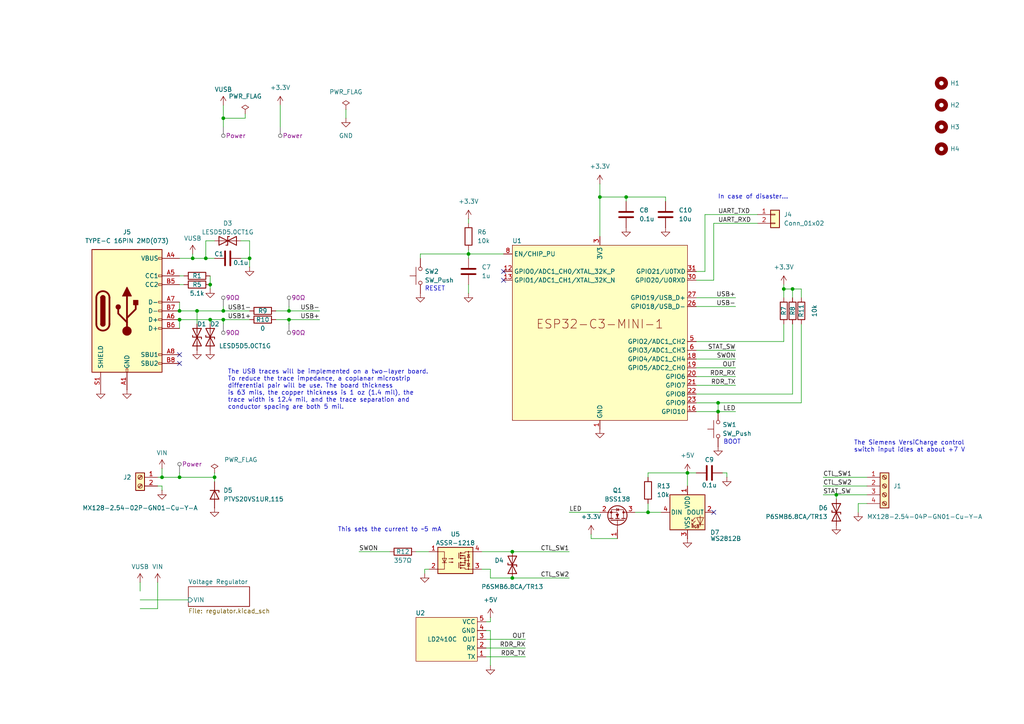
<source format=kicad_sch>
(kicad_sch (version 20250114) (generator "eeschema") (generator_version "9.0")
  (paper "A4")
  (lib_symbols
    (symbol "Connector:Screw_Terminal_01x02" (pin_names (offset 1.016) (hide yes))
      (property "Reference" "J" (at 0 2.54 0))
      (property "Value" "Screw_Terminal_01x02" (at 0 -5.08 0))
      (symbol "Screw_Terminal_01x02_1_1"
        (pin passive line (at -5.08 0 0) (length 3.81) (name "Pin_1") (number "1"))
        (pin passive line (at -5.08 -2.54 0) (length 3.81) (name "Pin_2") (number "2"))
      )
    )
    (symbol "Connector:Screw_Terminal_01x04" (pin_names (offset 1.016) (hide yes))
      (property "Reference" "J" (at 0 5.08 0))
      (property "Value" "Screw_Terminal_01x04" (at 0 -7.62 0))
      (symbol "Screw_Terminal_01x04_1_1"
        (pin passive line (at -5.08 2.54 0) (length 3.81) (name "Pin_1") (number "1"))
        (pin passive line (at -5.08 0 0) (length 3.81) (name "Pin_2") (number "2"))
        (pin passive line (at -5.08 -2.54 0) (length 3.81) (name "Pin_3") (number "3"))
        (pin passive line (at -5.08 -5.08 0) (length 3.81) (name "Pin_4") (number "4"))
      )
    )
    (symbol "Connector:USB_C_Receptacle_USB2.0_16P" (pin_names (offset 1.016))
      (property "Reference" "J" (at 0 22.225 0))
      (property "Value" "USB_C_Receptacle_USB2.0_16P" (at 0 19.685 0))
      (symbol "USB_C_Receptacle_USB2.0_16P_1_1"
        (pin passive line (at -7.62 -22.86 90) (length 5.08) (name "SHIELD") (number "S1"))
        (pin passive line (at 0 -22.86 90) (length 5.08) (name "GND") (number "A1"))
        (pin passive line (at 0 -22.86 90) (length 5.08) (hide yes) (name "GND") (number "A12"))
        (pin passive line (at 0 -22.86 90) (length 5.08) (hide yes) (name "GND") (number "B1"))
        (pin passive line (at 0 -22.86 90) (length 5.08) (hide yes) (name "GND") (number "B12"))
        (pin passive line (at 15.24 15.24 180) (length 5.08) (name "VBUS") (number "A4"))
        (pin passive line (at 15.24 15.24 180) (length 5.08) (hide yes) (name "VBUS") (number "A9"))
        (pin passive line (at 15.24 15.24 180) (length 5.08) (hide yes) (name "VBUS") (number "B4"))
        (pin passive line (at 15.24 15.24 180) (length 5.08) (hide yes) (name "VBUS") (number "B9"))
        (pin bidirectional line (at 15.24 10.16 180) (length 5.08) (name "CC1") (number "A5"))
        (pin bidirectional line (at 15.24 7.62 180) (length 5.08) (name "CC2") (number "B5"))
        (pin bidirectional line (at 15.24 2.54 180) (length 5.08) (name "D-") (number "A7"))
        (pin bidirectional line (at 15.24 0 180) (length 5.08) (name "D-") (number "B7"))
        (pin bidirectional line (at 15.24 -2.54 180) (length 5.08) (name "D+") (number "A6"))
        (pin bidirectional line (at 15.24 -5.08 180) (length 5.08) (name "D+") (number "B6"))
        (pin bidirectional line (at 15.24 -12.7 180) (length 5.08) (name "SBU1") (number "A8"))
        (pin bidirectional line (at 15.24 -15.24 180) (length 5.08) (name "SBU2") (number "B8"))
      )
    )
    (symbol "Connector_Generic:Conn_01x02" (pin_names (offset 1.016) (hide yes))
      (property "Reference" "J" (at 0 2.54 0))
      (property "Value" "Conn_01x02" (at 0 -5.08 0))
      (symbol "Conn_01x02_1_1"
        (pin passive line (at -5.08 0 0) (length 3.81) (name "Pin_1") (number "1"))
        (pin passive line (at -5.08 -2.54 0) (length 3.81) (name "Pin_2") (number "2"))
      )
    )
    (symbol "Device:C" (pin_numbers (hide yes)) (pin_names (offset 0.254))
      (property "Reference" "C" (at 0.635 2.54 0))
      (property "Value" "C" (at 0.635 -2.54 0))
      (symbol "C_1_1"
        (pin passive line (at 0 3.81 270) (length 2.794) (name "~") (number "1"))
        (pin passive line (at 0 -3.81 90) (length 2.794) (name "~") (number "2"))
      )
    )
    (symbol "Device:D_TVS" (pin_numbers (hide yes)) (pin_names (offset 1.016) (hide yes))
      (property "Reference" "D" (at 0 2.54 0))
      (property "Value" "D_TVS" (at 0 -2.54 0))
      (symbol "D_TVS_1_1"
        (pin passive line (at -3.81 0 0) (length 2.54) (name "A1") (number "1"))
        (pin passive line (at 3.81 0 180) (length 2.54) (name "A2") (number "2"))
      )
    )
    (symbol "Device:R" (pin_numbers (hide yes)) (pin_names (offset 0))
      (property "Reference" "R" (at 2.032 0 90))
      (property "Value" "R" (at 0 0 90))
      (symbol "R_1_1"
        (pin passive line (at 0 3.81 270) (length 1.27) (name "~") (number "1"))
        (pin passive line (at 0 -3.81 90) (length 1.27) (name "~") (number "2"))
      )
    )
    (symbol "Diode:PTVS26VZ1USK" (pin_numbers (hide yes)) (pin_names (hide yes))
      (property "Reference" "D" (at 0 2.54 0))
      (property "Value" "PTVS26VZ1USK" (at 0 -2.54 0))
      (symbol "PTVS26VZ1USK_1_1"
        (pin passive line (at -3.81 0 0) (length 2.54) (name "K") (number "1"))
        (pin passive line (at 3.81 0 180) (length 2.54) (name "A") (number "2"))
      )
    )
    (symbol "LED:WS2812B" (pin_names (offset 0.254))
      (property "Reference" "D" (at 5.08 5.715 0))
      (property "Value" "WS2812B" (at 1.27 -5.715 0))
      (symbol "WS2812B_0_0"
        (text "RGB" (at 2.286 -4.191 0) (effects (font (size 0.762 0.762))))
      )
      (symbol "WS2812B_1_1"
        (pin input line (at -7.62 0 0) (length 2.54) (name "DIN") (number "4"))
        (pin power_in line (at 0 7.62 270) (length 2.54) (name "VDD") (number "1"))
        (pin power_in line (at 0 -7.62 90) (length 2.54) (name "VSS") (number "3"))
        (pin output line (at 7.62 0 180) (length 2.54) (name "DOUT") (number "2"))
      )
    )
    (symbol "Mechanical:MountingHole" (pin_names (offset 1.016)) (in_bom no)
      (property "Reference" "H" (at 0 5.08 0))
      (property "Value" "MountingHole" (at 0 3.175 0))
    )
    (symbol "Relay_SolidState:ASSR-1218"
      (property "Reference" "U" (at -5.08 5.08 0))
      (property "Value" "ASSR-1218" (at 0 5.08 0))
      (symbol "ASSR-1218_1_1"
        (pin passive line (at -7.62 2.54 0) (length 2.54) (name "~") (number "1"))
        (pin passive line (at -7.62 -2.54 0) (length 2.54) (name "~") (number "2"))
        (pin passive line (at 7.62 2.54 180) (length 2.54) (name "~") (number "4"))
        (pin passive line (at 7.62 -2.54 180) (length 2.54) (name "~") (number "3"))
      )
    )
    (symbol "Switch:SW_Push" (pin_numbers (hide yes)) (pin_names (offset 1.016) (hide yes))
      (property "Reference" "SW" (at 1.27 2.54 0))
      (property "Value" "SW_Push" (at 0 -1.524 0))
      (symbol "SW_Push_0_1"
        (pin passive line (at -5.08 0 0) (length 2.54) (name "1") (number "1"))
        (pin passive line (at 5.08 0 180) (length 2.54) (name "2") (number "2"))
      )
    )
    (symbol "Transistor_FET:BSS138" (pin_names (offset 0) (hide yes))
      (property "Reference" "Q" (at 5.08 1.905 0))
      (property "Value" "BSS138" (at 5.08 0 0))
      (symbol "BSS138_1_1"
        (pin input line (at -5.08 0 0) (length 2.54) (name "G") (number "1"))
        (pin passive line (at 2.54 5.08 270) (length 2.54) (name "D") (number "3"))
        (pin passive line (at 2.54 -5.08 90) (length 2.54) (name "S") (number "2"))
      )
    )
    (symbol "motion-sensor-syms:ESP32-C3-MINI-1"
      (property "Reference" "U" (at -21.844 29.464 0))
      (symbol "ESP32-C3-MINI-1_0_0"
        (text "ESP32-C3-MINI-1" (at 0 2.54 0) (effects (font (size 2.54 2.54))))
      )
      (symbol "ESP32-C3-MINI-1_1_1"
        (pin input line (at -27.94 22.86 0) (length 2.54) (name "EN/CHIP_PU") (number "8"))
        (pin bidirectional line (at -27.94 17.78 0) (length 2.54) (name "GPIO0/ADC1_CH0/XTAL_32K_P") (number "12"))
        (pin bidirectional line (at -27.94 15.24 0) (length 2.54) (name "GPIO1/ADC1_CH1/XTAL_32K_N") (number "13"))
        (pin no_connect line (at -25.4 10.16 0) (length 2.54) (hide yes) (name "NC") (number "4"))
        (pin no_connect line (at -25.4 7.62 0) (length 2.54) (hide yes) (name "NC") (number "7"))
        (pin no_connect line (at -25.4 5.08 0) (length 2.54) (hide yes) (name "NC") (number "9"))
        (pin no_connect line (at -25.4 2.54 0) (length 2.54) (hide yes) (name "NC") (number "10"))
        (pin no_connect line (at -25.4 0 0) (length 2.54) (hide yes) (name "NC") (number "15"))
        (pin no_connect line (at -25.4 -2.54 0) (length 2.54) (hide yes) (name "NC") (number "17"))
        (pin no_connect line (at -25.4 -5.08 0) (length 2.54) (hide yes) (name "NC") (number "24"))
        (pin no_connect line (at -25.4 -7.62 0) (length 2.54) (hide yes) (name "NC") (number "25"))
        (pin no_connect line (at -25.4 -10.16 0) (length 2.54) (hide yes) (name "NC") (number "28"))
        (pin no_connect line (at -25.4 -12.7 0) (length 2.54) (hide yes) (name "NC") (number "29"))
        (pin no_connect line (at -25.4 -15.24 0) (length 2.54) (hide yes) (name "NC") (number "32"))
        (pin no_connect line (at -25.4 -17.78 0) (length 2.54) (hide yes) (name "NC") (number "33"))
        (pin no_connect line (at -25.4 -20.32 0) (length 2.54) (hide yes) (name "NC") (number "34"))
        (pin no_connect line (at -25.4 -22.86 0) (length 2.54) (hide yes) (name "NC") (number "35"))
        (pin power_in line (at 0 27.94 270) (length 2.54) (name "3V3") (number "3"))
        (pin power_in line (at 0 -27.94 90) (length 2.54) (name "GND") (number "1"))
        (pin passive line (at 0 -27.94 90) (length 2.54) (hide yes) (name "GND") (number "11"))
        (pin passive line (at 0 -27.94 90) (length 2.54) (hide yes) (name "GND") (number "14"))
        (pin passive line (at 0 -27.94 90) (length 2.54) (hide yes) (name "GND") (number "2"))
        (pin passive line (at 0 -27.94 90) (length 2.54) (hide yes) (name "GND") (number "36"))
        (pin passive line (at 0 -27.94 90) (length 2.54) (hide yes) (name "GND") (number "37"))
        (pin passive line (at 0 -27.94 90) (length 2.54) (hide yes) (name "GND") (number "38"))
        (pin passive line (at 0 -27.94 90) (length 2.54) (hide yes) (name "GND") (number "39"))
        (pin passive line (at 0 -27.94 90) (length 2.54) (hide yes) (name "GND") (number "40"))
        (pin passive line (at 0 -27.94 90) (length 2.54) (hide yes) (name "GND") (number "41"))
        (pin passive line (at 0 -27.94 90) (length 2.54) (hide yes) (name "GND") (number "42"))
        (pin passive line (at 0 -27.94 90) (length 2.54) (hide yes) (name "GND") (number "43"))
        (pin passive line (at 0 -27.94 90) (length 2.54) (hide yes) (name "GND") (number "44"))
        (pin passive line (at 0 -27.94 90) (length 2.54) (hide yes) (name "GND") (number "45"))
        (pin passive line (at 0 -27.94 90) (length 2.54) (hide yes) (name "GND") (number "46"))
        (pin passive line (at 0 -27.94 90) (length 2.54) (hide yes) (name "GND") (number "47"))
        (pin passive line (at 0 -27.94 90) (length 2.54) (hide yes) (name "GND") (number "48"))
        (pin passive line (at 0 -27.94 90) (length 2.54) (hide yes) (name "GND") (number "49"))
        (pin passive line (at 0 -27.94 90) (length 2.54) (hide yes) (name "GND") (number "50"))
        (pin passive line (at 0 -27.94 90) (length 2.54) (hide yes) (name "GND") (number "51"))
        (pin passive line (at 0 -27.94 90) (length 2.54) (hide yes) (name "GND") (number "52"))
        (pin passive line (at 0 -27.94 90) (length 2.54) (hide yes) (name "GND") (number "53"))
        (pin bidirectional line (at 27.94 17.78 180) (length 2.54) (name "GPIO21/U0TXD") (number "31"))
        (pin bidirectional line (at 27.94 15.24 180) (length 2.54) (name "GPIO20/U0RXD") (number "30"))
        (pin bidirectional line (at 27.94 10.16 180) (length 2.54) (name "GPIO19/USB_D+") (number "27"))
        (pin bidirectional line (at 27.94 7.62 180) (length 2.54) (name "GPIO18/USB_D-") (number "26"))
        (pin bidirectional line (at 27.94 -2.54 180) (length 2.54) (name "GPIO2/ADC1_CH2") (number "5"))
        (pin bidirectional line (at 27.94 -5.08 180) (length 2.54) (name "GPIO3/ADC1_CH3") (number "6"))
        (pin bidirectional line (at 27.94 -7.62 180) (length 2.54) (name "GPIO4/ADC1_CH4") (number "18"))
        (pin bidirectional line (at 27.94 -10.16 180) (length 2.54) (name "GPIO5/ADC2_CH0") (number "19"))
        (pin bidirectional line (at 27.94 -12.7 180) (length 2.54) (name "GPIO6") (number "20"))
        (pin bidirectional line (at 27.94 -15.24 180) (length 2.54) (name "GPIO7") (number "21"))
        (pin bidirectional line (at 27.94 -17.78 180) (length 2.54) (name "GPIO8") (number "22"))
        (pin bidirectional line (at 27.94 -20.32 180) (length 2.54) (name "GPIO9") (number "23"))
        (pin bidirectional line (at 27.94 -22.86 180) (length 2.54) (name "GPIO10") (number "16"))
      )
    )
    (symbol "motion-sensor-syms:LD2410C"
      (property "Reference" "U" (at 0 5.08 0))
      (property "Value" "LD2410C" (at 0 2.54 0))
      (symbol "LD2410C_1_1"
        (pin power_in line (at 11.43 -1.27 180) (length 2.54) (name "VCC") (number "5"))
        (pin power_in line (at 11.43 -3.81 180) (length 2.54) (name "GND") (number "4"))
        (pin output line (at 11.43 -6.35 180) (length 2.54) (name "OUT") (number "3"))
        (pin input line (at 11.43 -8.89 180) (length 2.54) (name "RX") (number "2"))
        (pin output line (at 11.43 -11.43 180) (length 2.54) (name "TX") (number "1"))
      )
    )
    (symbol "power:+3.3V" (power) (pin_numbers (hide yes)) (pin_names (offset 0) (hide yes))
      (property "Value" "+3.3V" (at 0 3.556 0))
      (symbol "+3.3V_1_1"
        (pin power_in line (at 0 0 90) (length 0) (name "~") (number "1"))
      )
    )
    (symbol "power:+5V" (power) (pin_numbers (hide yes)) (pin_names (offset 0) (hide yes))
      (property "Value" "+5V" (at 0 3.556 0))
      (symbol "+5V_1_1"
        (pin power_in line (at 0 0 90) (length 0) (name "~") (number "1"))
      )
    )
    (symbol "power:GND" (power) (pin_numbers (hide yes)) (pin_names (offset 0) (hide yes))
      (property "Value" "GND" (at 0 -3.81 0))
      (symbol "GND_1_1"
        (pin power_in line (at 0 0 270) (length 0) (name "~") (number "1"))
      )
    )
    (symbol "power:PWR_FLAG" (power) (pin_numbers (hide yes)) (pin_names (offset 0) (hide yes))
      (property "Value" "PWR_FLAG" (at 0 3.81 0))
      (symbol "PWR_FLAG_0_0"
        (pin power_out line (at 0 0 90) (length 0) (name "~") (number "1"))
      )
    )
  )
  (text "In case of disaster..." (at 218.44 57.15 0) (effects (font (size 1.27 1.27))))
  (text "This sets the current to ~5 mA" (at 113.03 153.67 0) (effects (font (size 1.27 1.27))))
  (text "BOOT" (at 209.804 128.27 0) (effects (font (size 1.27 1.27)) (justify left)))
  (text "The Siemens VersiCharge control \nswitch input idles at about +7 V" (at 247.65 129.54 0) (effects (font (size 1.27 1.27)) (justify left)))
  (text "The USB traces will be implemented on a two-layer board.\nTo reduce the trace impedance, a coplanar microstrip\ndifferential pair will be use. The board thickness\nis 63 mils, the copper thickness is 1 oz (1.4 mil), the\ntrace width is 12.4 mil, and the trace separation and\nconductor spacing are both 5 mil." (at 66.04 113.03 0) (effects (font (size 1.27 1.27)) (justify left)))
  (text "RESET" (at 123.19 83.82 0) (effects (font (size 1.27 1.27)) (justify left)))
  (junction (at 83.82 92.71))
  (junction (at 60.96 92.71))
  (junction (at 229.87 83.82))
  (junction (at 52.07 90.17))
  (junction (at 148.59 160.02))
  (junction (at 64.77 92.71))
  (junction (at 148.59 167.64))
  (junction (at 64.77 34.29))
  (junction (at 208.28 119.38))
  (junction (at 46.99 138.43))
  (junction (at 60.96 82.55))
  (junction (at 59.69 74.93))
  (junction (at 208.28 116.84))
  (junction (at 62.23 138.43))
  (junction (at 227.33 83.82))
  (junction (at 57.15 90.17))
  (junction (at 187.96 148.59))
  (junction (at 52.07 92.71))
  (junction (at 181.61 57.15))
  (junction (at 55.88 74.93))
  (junction (at 173.99 57.15))
  (junction (at 64.77 90.17))
  (junction (at 83.82 90.17))
  (junction (at 52.07 138.43))
  (junction (at 72.39 74.93))
  (junction (at 135.89 73.66))
  (junction (at 199.39 137.16))
  (junction (at 242.57 143.51))
  (no_connect (at 207.01 148.59))
  (no_connect (at 146.05 78.74))
  (no_connect (at 146.05 81.28))
  (no_connect (at 52.07 105.41))
  (no_connect (at 52.07 102.87))
  (wire (pts (xy 201.93 109.22) (xy 213.36 109.22)))
  (wire (pts (xy 201.93 106.68) (xy 213.36 106.68)))
  (wire (pts (xy 135.89 63.5) (xy 135.89 64.77)))
  (wire (pts (xy 60.96 80.01) (xy 60.96 82.55)))
  (wire (pts (xy 201.93 104.14) (xy 213.36 104.14)))
  (wire (pts (xy 59.69 74.93) (xy 59.69 69.85)))
  (wire (pts (xy 187.96 146.05) (xy 187.96 148.59)))
  (wire (pts (xy 209.55 137.16) (xy 210.82 137.16)))
  (wire (pts (xy 120.65 160.02) (xy 124.46 160.02)))
  (wire (pts (xy 46.99 138.43) (xy 52.07 138.43)))
  (wire (pts (xy 60.96 82.55) (xy 60.96 83.82)))
  (wire (pts (xy 121.92 73.66) (xy 135.89 73.66)))
  (wire (pts (xy 59.69 69.85) (xy 62.23 69.85)))
  (wire (pts (xy 72.39 69.85) (xy 72.39 74.93)))
  (wire (pts (xy 201.93 111.76) (xy 213.36 111.76)))
  (wire (pts (xy 80.01 92.71) (xy 83.82 92.71)))
  (wire (pts (xy 208.28 119.38) (xy 213.36 119.38)))
  (wire (pts (xy 64.77 34.29) (xy 64.77 30.48)))
  (wire (pts (xy 135.89 73.66) (xy 135.89 74.93)))
  (wire (pts (xy 40.64 168.91) (xy 40.64 171.45)))
  (wire (pts (xy 232.41 93.98) (xy 232.41 116.84)))
  (wire (pts (xy 165.1 148.59) (xy 173.99 148.59)))
  (wire (pts (xy 187.96 137.16) (xy 187.96 138.43)))
  (wire (pts (xy 251.46 146.05) (xy 248.92 146.05)))
  (wire (pts (xy 104.14 160.02) (xy 113.03 160.02)))
  (wire (pts (xy 46.99 135.89) (xy 46.99 138.43)))
  (wire (pts (xy 135.89 85.09) (xy 135.89 82.55)))
  (wire (pts (xy 40.64 173.99) (xy 54.61 173.99)))
  (wire (pts (xy 199.39 137.16) (xy 201.93 137.16)))
  (wire (pts (xy 242.57 143.51) (xy 242.57 144.78)))
  (wire (pts (xy 46.99 140.97) (xy 46.99 142.24)))
  (wire (pts (xy 201.93 78.74) (xy 204.47 78.74)))
  (wire (pts (xy 229.87 114.3) (xy 229.87 93.98)))
  (wire (pts (xy 204.47 78.74) (xy 204.47 62.23)))
  (wire (pts (xy 62.23 137.16) (xy 62.23 138.43)))
  (wire (pts (xy 208.28 116.84) (xy 208.28 119.38)))
  (wire (pts (xy 227.33 99.06) (xy 227.33 93.98)))
  (wire (pts (xy 121.92 74.93) (xy 121.92 73.66)))
  (wire (pts (xy 52.07 138.43) (xy 62.23 138.43)))
  (wire (pts (xy 52.07 74.93) (xy 55.88 74.93)))
  (wire (pts (xy 80.01 90.17) (xy 83.82 90.17)))
  (wire (pts (xy 173.99 57.15) (xy 173.99 68.58)))
  (wire (pts (xy 248.92 146.05) (xy 248.92 148.59)))
  (wire (pts (xy 45.72 168.91) (xy 45.72 176.53)))
  (wire (pts (xy 232.41 116.84) (xy 208.28 116.84)))
  (wire (pts (xy 229.87 83.82) (xy 232.41 83.82)))
  (wire (pts (xy 181.61 57.15) (xy 173.99 57.15)))
  (wire (pts (xy 210.82 137.16) (xy 210.82 138.43)))
  (wire (pts (xy 201.93 101.6) (xy 213.36 101.6)))
  (wire (pts (xy 227.33 83.82) (xy 227.33 86.36)))
  (wire (pts (xy 124.46 165.1) (xy 123.19 165.1)))
  (wire (pts (xy 148.59 160.02) (xy 165.1 160.02)))
  (wire (pts (xy 83.82 92.71) (xy 92.71 92.71)))
  (wire (pts (xy 40.64 176.53) (xy 45.72 176.53)))
  (wire (pts (xy 60.96 92.71) (xy 64.77 92.71)))
  (wire (pts (xy 81.28 30.48) (xy 81.28 36.83)))
  (wire (pts (xy 201.93 114.3) (xy 229.87 114.3)))
  (wire (pts (xy 229.87 83.82) (xy 229.87 86.36)))
  (wire (pts (xy 219.71 64.77) (xy 207.01 64.77)))
  (wire (pts (xy 184.15 148.59) (xy 187.96 148.59)))
  (wire (pts (xy 69.85 74.93) (xy 72.39 74.93)))
  (wire (pts (xy 52.07 82.55) (xy 53.34 82.55)))
  (wire (pts (xy 201.93 119.38) (xy 208.28 119.38)))
  (wire (pts (xy 52.07 80.01) (xy 53.34 80.01)))
  (wire (pts (xy 187.96 148.59) (xy 191.77 148.59)))
  (wire (pts (xy 238.76 138.43) (xy 251.46 138.43)))
  (wire (pts (xy 69.85 69.85) (xy 72.39 69.85)))
  (wire (pts (xy 83.82 90.17) (xy 92.71 90.17)))
  (wire (pts (xy 193.04 57.15) (xy 181.61 57.15)))
  (wire (pts (xy 135.89 72.39) (xy 135.89 73.66)))
  (wire (pts (xy 199.39 137.16) (xy 199.39 140.97)))
  (wire (pts (xy 57.15 90.17) (xy 57.15 93.98)))
  (wire (pts (xy 187.96 137.16) (xy 199.39 137.16)))
  (wire (pts (xy 83.82 92.71) (xy 83.82 93.98)))
  (wire (pts (xy 52.07 92.71) (xy 60.96 92.71)))
  (wire (pts (xy 64.77 88.9) (xy 64.77 90.17)))
  (wire (pts (xy 227.33 82.55) (xy 227.33 83.82)))
  (wire (pts (xy 83.82 88.9) (xy 83.82 90.17)))
  (wire (pts (xy 232.41 83.82) (xy 232.41 86.36)))
  (wire (pts (xy 52.07 90.17) (xy 57.15 90.17)))
  (wire (pts (xy 139.7 165.1) (xy 142.24 165.1)))
  (wire (pts (xy 100.33 31.75) (xy 100.33 34.29)))
  (wire (pts (xy 140.97 185.42) (xy 152.4 185.42)))
  (wire (pts (xy 142.24 165.1) (xy 142.24 167.64)))
  (wire (pts (xy 201.93 116.84) (xy 208.28 116.84)))
  (wire (pts (xy 142.24 180.34) (xy 142.24 179.07)))
  (wire (pts (xy 64.77 34.29) (xy 64.77 36.83)))
  (wire (pts (xy 45.72 138.43) (xy 46.99 138.43)))
  (wire (pts (xy 52.07 137.16) (xy 52.07 138.43)))
  (wire (pts (xy 64.77 93.98) (xy 64.77 92.71)))
  (wire (pts (xy 57.15 90.17) (xy 64.77 90.17)))
  (wire (pts (xy 142.24 167.64) (xy 148.59 167.64)))
  (wire (pts (xy 201.93 99.06) (xy 227.33 99.06)))
  (wire (pts (xy 62.23 138.43) (xy 62.23 139.7)))
  (wire (pts (xy 55.88 74.93) (xy 59.69 74.93)))
  (wire (pts (xy 171.45 154.94) (xy 171.45 156.21)))
  (wire (pts (xy 238.76 140.97) (xy 251.46 140.97)))
  (wire (pts (xy 181.61 57.15) (xy 181.61 58.42)))
  (wire (pts (xy 242.57 143.51) (xy 251.46 143.51)))
  (wire (pts (xy 238.76 143.51) (xy 242.57 143.51)))
  (wire (pts (xy 142.24 182.88) (xy 142.24 193.04)))
  (wire (pts (xy 227.33 83.82) (xy 229.87 83.82)))
  (wire (pts (xy 139.7 160.02) (xy 148.59 160.02)))
  (wire (pts (xy 45.72 140.97) (xy 46.99 140.97)))
  (wire (pts (xy 140.97 180.34) (xy 142.24 180.34)))
  (wire (pts (xy 140.97 190.5) (xy 152.4 190.5)))
  (wire (pts (xy 60.96 92.71) (xy 60.96 93.98)))
  (wire (pts (xy 207.01 64.77) (xy 207.01 81.28)))
  (wire (pts (xy 207.01 81.28) (xy 201.93 81.28)))
  (wire (pts (xy 135.89 73.66) (xy 146.05 73.66)))
  (wire (pts (xy 201.93 86.36) (xy 213.36 86.36)))
  (wire (pts (xy 140.97 182.88) (xy 142.24 182.88)))
  (wire (pts (xy 123.19 165.1) (xy 123.19 166.37)))
  (wire (pts (xy 179.07 156.21) (xy 171.45 156.21)))
  (wire (pts (xy 148.59 167.64) (xy 165.1 167.64)))
  (wire (pts (xy 201.93 88.9) (xy 213.36 88.9)))
  (wire (pts (xy 64.77 92.71) (xy 72.39 92.71)))
  (wire (pts (xy 140.97 187.96) (xy 152.4 187.96)))
  (wire (pts (xy 72.39 74.93) (xy 72.39 77.47)))
  (wire (pts (xy 193.04 58.42) (xy 193.04 57.15)))
  (wire (pts (xy 173.99 53.34) (xy 173.99 57.15)))
  (wire (pts (xy 71.12 33.02) (xy 71.12 34.29)))
  (wire (pts (xy 64.77 34.29) (xy 71.12 34.29)))
  (wire (pts (xy 204.47 62.23) (xy 219.71 62.23)))
  (wire (pts (xy 64.77 90.17) (xy 72.39 90.17)))
  (wire (pts (xy 55.88 74.93) (xy 55.88 73.66)))
  (wire (pts (xy 52.07 87.63) (xy 52.07 90.17)))
  (wire (pts (xy 59.69 74.93) (xy 62.23 74.93)))
  (wire (pts (xy 52.07 92.71) (xy 52.07 95.25)))
  (label "USB-" (at 213.36 88.9 180))
  (label "USB-" (at 92.71 90.17 180))
  (label "CTL_SW2" (at 165.1 167.64 180))
  (label "CTL_SW1" (at 165.1 160.02 180))
  (label "STAT_SW" (at 238.76 143.51 0))
  (label "RDR_TX" (at 152.4 190.5 180))
  (label "RDR_RX" (at 152.4 187.96 180))
  (label "SWON" (at 213.36 104.14 180))
  (label "STAT_SW" (at 213.36 101.6 180))
  (label "SWON" (at 104.14 160.02 0))
  (label "RDR_TX" (at 213.36 111.76 180))
  (label "LED" (at 165.1 148.59 0))
  (label "USB+" (at 213.36 86.36 180))
  (label "CTL_SW1" (at 238.76 138.43 0))
  (label "CTL_SW2" (at 238.76 140.97 0))
  (label "OUT" (at 152.4 185.42 180))
  (label "UART_TXD" (at 208.28 62.23 0))
  (label "UART_RXD" (at 208.28 64.77 0))
  (label "LED" (at 213.36 119.38 180))
  (label "RDR_RX" (at 213.36 109.22 180))
  (label "USB1+" (at 66.04 92.71 0))
  (label "USB1-" (at 66.04 90.17 0))
  (label "USB+" (at 92.71 92.71 180))
  (label "OUT" (at 213.36 106.68 180))
  (netclass_flag "" (length 2.54) (shape round) (at 83.82 93.98 180) (property "Netclass" "90Ω" (at 84.5185 96.52 0) (effects (justify left))))
  (netclass_flag "" (length 2.54) (shape round) (at 64.77 88.9 0) (property "Netclass" "90Ω" (at 65.4685 86.36 0) (effects (justify left))))
  (netclass_flag "" (length 2.54) (shape round) (at 64.77 36.83 180) (property "Netclass" "Power" (at 65.4685 39.37 0) (effects (justify left))))
  (netclass_flag "" (length 2.54) (shape round) (at 52.07 137.16 0) (property "Netclass" "Power" (at 52.7685 134.62 0) (effects (justify left))))
  (netclass_flag "" (length 2.54) (shape round) (at 83.82 88.9 0) (property "Netclass" "90Ω" (at 84.5185 86.36 0) (effects (justify left))))
  (netclass_flag "" (length 2.54) (shape round) (at 64.77 93.98 180) (property "Netclass" "90Ω" (at 65.4685 96.52 0) (effects (justify left))))
  (netclass_flag "" (length 2.54) (shape round) (at 81.28 36.83 180) (property "Netclass" "Power" (at 81.9785 39.37 0) (effects (justify left))))
  (symbol (lib_id "power:+3.3V") (at 81.28 30.48 0) (unit 1)
    (property "Reference" "#PWR011" (effects (hide yes)))
    (property "Value" "+3.3V" (at 81.28 25.4 0))
    (property "Description" "Power symbol creates a global label with name \"+3.3V\"" (effects (hide yes)))
  )
  (symbol (lib_id "power:GND") (at 123.19 166.37 0) (unit 1)
    (property "Reference" "#PWR040" (effects (hide yes)))
    (property "Value" "GND" (effects (hide yes)))
    (property "Description" "Power symbol creates a global label with name \"GND\" , ground" (effects (hide yes)))
  )
  (symbol (lib_id "Device:D_TVS") (at 57.15 97.79 90) (unit 1)
    (property "Reference" "D1" (at 57.15 93.98 90) (effects (justify right)))
    (property "Value" "LESD5D5.0CT1G" (effects (hide yes)))
    (property "Footprint" "Diode_SMD:D_SOD-523" (effects (hide yes)))
    (property "Description" "Bidirectional transient-voltage-suppression diode" (effects (hide yes)))
    (property "JLCPCB" "C383211" (effects (hide yes)))
  )
  (symbol (lib_id "Device:C") (at 193.04 62.23 180) (unit 1)
    (property "Reference" "C10" (at 196.85 60.9599 0) (effects (justify right)))
    (property "Value" "10u" (at 196.85 63.4999 0) (effects (justify right)))
    (property "Footprint" "Capacitor_SMD:C_0805_2012Metric" (effects (hide yes)))
    (property "Description" "Unpolarized capacitor" (effects (hide yes)))
    (property "JLCPCB" "C15850" (effects (hide yes)))
  )
  (symbol (lib_id "power:GND") (at 142.24 193.04 0) (unit 1)
    (property "Reference" "#PWR05" (effects (hide yes)))
    (property "Value" "GND" (effects (hide yes)))
    (property "Description" "Power symbol creates a global label with name \"GND\" , ground" (effects (hide yes)))
  )
  (symbol (lib_id "power:GND") (at 60.96 101.6 0) (unit 1)
    (property "Reference" "#PWR029" (effects (hide yes)))
    (property "Value" "GND" (effects (hide yes)))
    (property "Description" "Power symbol creates a global label with name \"GND\" , ground" (effects (hide yes)))
  )
  (symbol (lib_id "power:GND") (at 29.21 113.03 0) (unit 1)
    (property "Reference" "#PWR023" (effects (hide yes)))
    (property "Value" "GND" (effects (hide yes)))
    (property "Description" "Power symbol creates a global label with name \"GND\" , ground" (effects (hide yes)))
  )
  (symbol (lib_id "power:+5V") (at 64.77 30.48 0) (unit 1)
    (property "Reference" "#PWR010" (effects (hide yes)))
    (property "Value" "VUSB" (at 64.77 26.67 0) (effects (justify bottom)))
    (property "Description" "Power symbol creates a global label with name \"+5V\"" (effects (hide yes)))
  )
  (symbol (lib_id "power:GND") (at 100.33 34.29 0) (unit 1)
    (property "Reference" "#PWR012" (effects (hide yes)))
    (property "Value" "GND" (at 100.33 39.37 0))
    (property "Description" "Power symbol creates a global label with name \"GND\" , ground" (effects (hide yes)))
  )
  (symbol (lib_id "power:GND") (at 57.15 101.6 0) (unit 1)
    (property "Reference" "#PWR022" (effects (hide yes)))
    (property "Value" "GND" (effects (hide yes)))
    (property "Description" "Power symbol creates a global label with name \"GND\" , ground" (effects (hide yes)))
  )
  (symbol (lib_id "power:GND") (at 36.83 113.03 0) (unit 1)
    (property "Reference" "#PWR021" (effects (hide yes)))
    (property "Value" "GND" (effects (hide yes)))
    (property "Description" "Power symbol creates a global label with name \"GND\" , ground" (effects (hide yes)))
  )
  (symbol (lib_id "power:+5V") (at 55.88 73.66 0) (unit 1)
    (property "Reference" "#PWR06" (effects (hide yes)))
    (property "Value" "VUSB" (at 55.88 69.85 0) (effects (justify bottom)))
    (property "Description" "Power symbol creates a global label with name \"+5V\"" (effects (hide yes)))
  )
  (symbol (lib_id "power:+5V") (at 142.24 179.07 0) (unit 1)
    (property "Reference" "#PWR04" (effects (hide yes)))
    (property "Value" "+5V" (at 142.24 173.99 0))
    (property "Description" "Power symbol creates a global label with name \"+5V\"" (effects (hide yes)))
  )
  (symbol (lib_id "power:GND") (at 173.99 124.46 0) (unit 1)
    (property "Reference" "#PWR01" (effects (hide yes)))
    (property "Value" "GND" (effects (hide yes)))
    (property "Description" "Power symbol creates a global label with name \"GND\" , ground" (effects (hide yes)))
  )
  (symbol (lib_id "Mechanical:MountingHole") (at 273.05 24.13 0) (unit 1) (in_bom no)
    (property "Reference" "H1" (at 275.59 24.1299 0) (effects (justify left)))
    (property "Value" "MountingHole" (effects (hide yes)))
    (property "Footprint" "MountingHole:MountingHole_3.2mm_M3" (effects (hide yes)))
    (property "Description" "Mounting Hole without connection" (effects (hide yes)))
  )
  (symbol (lib_id "power:GND") (at 62.23 147.32 0) (unit 1)
    (property "Reference" "#PWR032" (effects (hide yes)))
    (property "Value" "GND" (effects (hide yes)))
    (property "Description" "Power symbol creates a global label with name \"GND\" , ground" (effects (hide yes)))
  )
  (symbol (lib_id "Device:D_TVS") (at 148.59 163.83 90) (unit 1)
    (property "Reference" "D4" (at 144.78 162.56 90))
    (property "Value" "P6SMB6.8CA/TR13" (at 148.59 170.18 90))
    (property "Footprint" "Diode_SMD:D_SMB_Handsoldering" (effects (hide yes)))
    (property "Datasheet" "https://jlcpcb.com/api/file/downloadByFileSystemAccessId/8579709121610121216" (effects (hide yes)))
    (property "Description" "10.5V 1uA 5.8V 58.1A 6.45V 600W Bidirectional TVS SMB(DO-214AA) ESD and Surge Protection (TVS/ESD) ROHS" (effects (hide yes)))
    (property "JLCPCB" "C78395" (effects (hide yes)))
  )
  (symbol (lib_id "power:+3.3V") (at 227.33 82.55 0) (unit 1)
    (property "Reference" "#PWR03" (effects (hide yes)))
    (property "Value" "+3.3V" (at 227.33 77.47 0))
    (property "Description" "Power symbol creates a global label with name \"+3.3V\"" (effects (hide yes)))
  )
  (symbol (lib_id "power:PWR_FLAG") (at 100.33 31.75 0) (unit 1)
    (property "Reference" "#FLG03" (effects (hide yes)))
    (property "Value" "PWR_FLAG" (at 100.33 26.67 0))
    (property "Description" "Special symbol for telling ERC where power comes from" (effects (hide yes)))
  )
  (symbol (lib_id "power:+5V") (at 40.64 168.91 0) (unit 1)
    (property "Reference" "#PWR09" (effects (hide yes)))
    (property "Value" "VUSB" (at 40.64 165.1 0) (effects (justify bottom)))
    (property "Description" "Power symbol creates a global label with name \"+5V\"" (effects (hide yes)))
  )
  (symbol (lib_id "Device:D_TVS") (at 66.04 69.85 180) (unit 1)
    (property "Reference" "D3" (at 66.04 64.77 0))
    (property "Value" "LESD5D5.0CT1G" (at 66.04 67.31 0))
    (property "Footprint" "Diode_SMD:D_SOD-523" (effects (hide yes)))
    (property "Description" "Bidirectional transient-voltage-suppression diode" (effects (hide yes)))
    (property "JLCPCB" "C383211" (effects (hide yes)))
  )
  (symbol (lib_id "power:+5V") (at 199.39 137.16 0) (unit 1)
    (property "Reference" "#PWR043" (effects (hide yes)))
    (property "Value" "+5V" (at 199.39 132.08 0))
    (property "Description" "Power symbol creates a global label with name \"+5V\"" (effects (hide yes)))
  )
  (symbol (lib_id "Device:R") (at 57.15 80.01 90) (unit 1)
    (property "Reference" "R1" (at 57.15 80.01 90))
    (property "Value" "5.1k" (at 57.15 85.09 90))
    (property "Footprint" "Capacitor_SMD:C_0805_2012Metric" (effects (hide yes)))
    (property "Description" "Resistor" (effects (hide yes)))
    (property "JLCPCB" "C27834" (effects (hide yes)))
  )
  (symbol (lib_id "power:+5V") (at 46.99 135.89 0) (unit 1)
    (property "Reference" "#PWR030" (effects (hide yes)))
    (property "Value" "VIN" (at 46.99 132.08 0) (effects (justify bottom)))
    (property "Description" "Power symbol creates a global label with name \"+5V\"" (effects (hide yes)))
  )
  (symbol (lib_id "power:+5V") (at 45.72 168.91 0) (unit 1)
    (property "Reference" "#PWR020" (effects (hide yes)))
    (property "Value" "VIN" (at 45.72 165.1 0) (effects (justify bottom)))
    (property "Description" "Power symbol creates a global label with name \"+5V\"" (effects (hide yes)))
  )
  (symbol (lib_id "Device:R") (at 135.89 68.58 0) (unit 1)
    (property "Reference" "R6" (at 138.43 67.3099 0) (effects (justify left)))
    (property "Value" "10k" (at 138.43 69.8499 0) (effects (justify left)))
    (property "Footprint" "Capacitor_SMD:C_0805_2012Metric" (effects (hide yes)))
    (property "Description" "Resistor" (effects (hide yes)))
    (property "JLCPCB" "C17414" (effects (hide yes)))
  )
  (symbol (lib_id "LED:WS2812B") (at 199.39 148.59 0) (unit 1)
    (property "Reference" "D7" (at 205.994 154.432 0) (effects (justify left)))
    (property "Value" "WS2812B" (at 205.994 156.21 0) (effects (justify left)))
    (property "Footprint" "LED_SMD:LED_WS2812B_PLCC4_5.0x5.0mm_P3.2mm" (effects (hide yes)))
    (property "Datasheet" "https://cdn-shop.adafruit.com/datasheets/WS2812B.pdf" (effects (hide yes)))
    (property "Description" "RGB LED with integrated controller" (effects (hide yes)))
  )
  (symbol (lib_id "Diode:PTVS26VZ1USK") (at 62.23 143.51 270) (unit 1)
    (property "Reference" "D5" (at 64.77 142.2399 90) (effects (justify left)))
    (property "Value" "PTVS20VS1UR,115" (at 64.77 144.7799 90) (effects (justify left)))
    (property "Footprint" "Diode_SMD:Nexperia_DSN1608-2_1.6x0.8mm" (effects (hide yes)))
    (property "Datasheet" "https://assets.nexperia.com/documents/data-sheet/PTVS26VZ1USK.pdf" (effects (hide yes)))
    (property "Description" "26V, 1850W TVS unidirectional diode, DSN1608-2" (effects (hide yes)))
    (property "JLCPCB" "C461164" (effects (hide yes)))
  )
  (symbol (lib_id "power:+3.3V") (at 171.45 154.94 0) (unit 1)
    (property "Reference" "#PWR047" (effects (hide yes)))
    (property "Value" "+3.3V" (at 171.45 149.86 0))
    (property "Description" "Power symbol creates a global label with name \"+3.3V\"" (effects (hide yes)))
  )
  (symbol (lib_id "motion-sensor-syms:ESP32-C3-MINI-1") (at 173.99 96.52 0) (unit 1)
    (property "Reference" "U1" (at 148.59 69.85 0) (effects (justify left)))
    (property "Value" "ESP32-C3-MINI-1-N4" (effects (hide yes)))
    (property "Footprint" "RF_Module:ESP32-C6-MINI-1" (effects (hide yes)))
    (property "JLCPCB" "C2838502" (effects (hide yes)))
  )
  (symbol (lib_id "power:GND") (at 208.28 129.54 0) (unit 1)
    (property "Reference" "#PWR027" (effects (hide yes)))
    (property "Value" "GND" (effects (hide yes)))
    (property "Description" "Power symbol creates a global label with name \"GND\" , ground" (effects (hide yes)))
  )
  (symbol (lib_id "power:GND") (at 135.89 85.09 0) (unit 1)
    (property "Reference" "#PWR024" (effects (hide yes)))
    (property "Value" "GND" (effects (hide yes)))
    (property "Description" "Power symbol creates a global label with name \"GND\" , ground" (effects (hide yes)))
  )
  (symbol (lib_id "power:PWR_FLAG") (at 62.23 137.16 0) (unit 1)
    (property "Reference" "#FLG04" (effects (hide yes)))
    (property "Value" "PWR_FLAG" (at 69.85 133.35 0))
    (property "Description" "Special symbol for telling ERC where power comes from" (effects (hide yes)))
  )
  (symbol (lib_id "power:PWR_FLAG") (at 71.12 33.02 0) (unit 1)
    (property "Reference" "#FLG01" (effects (hide yes)))
    (property "Value" "PWR_FLAG" (at 71.12 27.94 0))
    (property "Description" "Special symbol for telling ERC where power comes from" (effects (hide yes)))
  )
  (symbol (lib_id "Switch:SW_Push") (at 121.92 80.01 90) (unit 1)
    (property "Reference" "SW2" (at 123.19 78.7399 90) (effects (justify right)))
    (property "Value" "SW_Push" (at 123.19 81.2799 90) (effects (justify right)))
    (property "Footprint" "Button_Switch_SMD:SW_Push_1P1T_NO_CK_KMR2" (effects (hide yes)))
    (property "Description" "Push button switch, generic, two pins" (effects (hide yes)))
    (property "JLCPCB" "C221678" (effects (hide yes)))
  )
  (symbol (lib_id "Connector_Generic:Conn_01x02") (at 224.79 62.23 0) (unit 1)
    (property "Reference" "J4" (at 227.33 62.2299 0) (effects (justify left)))
    (property "Value" "Conn_01x02" (at 227.33 64.7699 0) (effects (justify left)))
    (property "Footprint" "Connector_PinHeader_2.54mm:PinHeader_1x02_P2.54mm_Vertical" (effects (hide yes)))
    (property "Description" "Generic connector, single row, 01x02, script generated (kicad-library-utils/schlib/autogen/connector/)" (effects (hide yes)))
    (property "JLPCB" "C492401" (effects (hide yes)))
  )
  (symbol (lib_id "Device:C") (at 205.74 137.16 270) (unit 1)
    (property "Reference" "C9" (at 205.74 133.35 90))
    (property "Value" "0.1u" (at 205.74 140.716 90))
    (property "Footprint" "Capacitor_SMD:C_0805_2012Metric" (effects (hide yes)))
    (property "Description" "Unpolarized capacitor" (effects (hide yes)))
    (property "JLCPCB" "C106837" (effects (hide yes)))
  )
  (symbol (lib_id "power:GND") (at 193.04 66.04 0) (unit 1)
    (property "Reference" "#PWR034" (effects (hide yes)))
    (property "Value" "GND" (effects (hide yes)))
    (property "Description" "Power symbol creates a global label with name \"GND\" , ground" (effects (hide yes)))
  )
  (symbol (lib_id "Device:R") (at 57.15 82.55 90) (unit 1)
    (property "Reference" "R5" (at 57.15 82.55 90))
    (property "Value" "5.1k" (effects (hide yes)))
    (property "Footprint" "Capacitor_SMD:C_0805_2012Metric" (effects (hide yes)))
    (property "Description" "Resistor" (effects (hide yes)))
    (property "JLCPCB" "C27834" (effects (hide yes)))
  )
  (symbol (lib_id "Switch:SW_Push") (at 208.28 124.46 90) (unit 1)
    (property "Reference" "SW1" (at 209.55 123.1899 90) (effects (justify right)))
    (property "Value" "SW_Push" (at 209.55 125.7299 90) (effects (justify right)))
    (property "Footprint" "Button_Switch_SMD:SW_Push_1P1T_NO_CK_KMR2" (effects (hide yes)))
    (property "Description" "Push button switch, generic, two pins" (effects (hide yes)))
    (property "JLCPCB" "C221678" (effects (hide yes)))
  )
  (symbol (lib_id "power:GND") (at 72.39 77.47 0) (unit 1)
    (property "Reference" "#PWR08" (effects (hide yes)))
    (property "Value" "GND" (effects (hide yes)))
    (property "Description" "Power symbol creates a global label with name \"GND\" , ground" (effects (hide yes)))
  )
  (symbol (lib_id "Device:R") (at 76.2 92.71 90) (unit 1)
    (property "Reference" "R10" (at 76.2 92.71 90))
    (property "Value" "0" (effects (hide yes)))
    (property "Footprint" "Capacitor_SMD:C_0805_2012Metric" (effects (hide yes)))
    (property "Description" "Resistor" (effects (hide yes)))
    (property "JLCPCB" "C17477" (effects (hide yes)))
  )
  (symbol (lib_id "power:+3.3V") (at 135.89 63.5 0) (unit 1)
    (property "Reference" "#PWR025" (effects (hide yes)))
    (property "Value" "+3.3V" (at 135.89 58.42 0))
    (property "Description" "Power symbol creates a global label with name \"+3.3V\"" (effects (hide yes)))
  )
  (symbol (lib_id "power:GND") (at 210.82 138.43 0) (unit 1)
    (property "Reference" "#PWR033" (effects (hide yes)))
    (property "Value" "GND" (effects (hide yes)))
    (property "Description" "Power symbol creates a global label with name \"GND\" , ground" (effects (hide yes)))
  )
  (symbol (lib_id "Mechanical:MountingHole") (at 273.05 30.48 0) (unit 1) (in_bom no)
    (property "Reference" "H2" (at 275.59 30.4799 0) (effects (justify left)))
    (property "Value" "MountingHole" (effects (hide yes)))
    (property "Footprint" "MountingHole:MountingHole_3.2mm_M3" (effects (hide yes)))
    (property "Description" "Mounting Hole without connection" (effects (hide yes)))
  )
  (symbol (lib_id "Mechanical:MountingHole") (at 273.05 43.18 0) (unit 1) (in_bom no)
    (property "Reference" "H4" (at 275.59 43.1799 0) (effects (justify left)))
    (property "Value" "MountingHole" (effects (hide yes)))
    (property "Footprint" "MountingHole:MountingHole_3.2mm_M3" (effects (hide yes)))
    (property "Description" "Mounting Hole without connection" (effects (hide yes)))
  )
  (symbol (lib_id "Connector:Screw_Terminal_01x02") (at 40.64 138.43 0) (mirror y) (unit 1)
    (property "Reference" "J2" (at 38.1 138.4299 0) (effects (justify left)))
    (property "Value" "MX128-2.54-02P-GN01-Cu-Y-A" (at 40.64 147.32 0))
    (property "Footprint" "My_Connectors:MX300-5.0-02P" (effects (hide yes)))
    (property "Datasheet" "https://jlcpcb.com/api/file/downloadByFileSystemAccessId/8604752379715997696" (effects (hide yes)))
    (property "Description" "-40℃~+105℃ 1 1 150V 18~24 1x2P 2 2.54mm 2P 6A Green M1.6 Through Hole Plugin,P=2.54mm Screw Terminal Blocks ROHS" (effects (hide yes)))
    (property "JLCPCB" "C5188442 " (effects (hide yes)))
  )
  (symbol (lib_id "Device:R") (at 232.41 90.17 0) (unit 1)
    (property "Reference" "R11" (at 232.41 90.17 90))
    (property "Value" "10k" (effects (hide yes)))
    (property "Footprint" "Capacitor_SMD:C_0805_2012Metric" (effects (hide yes)))
    (property "Description" "Resistor" (effects (hide yes)))
    (property "JLCPCB" "C17414" (effects (hide yes)))
  )
  (symbol (lib_id "power:GND") (at 242.57 152.4 0) (unit 1)
    (property "Reference" "#PWR042" (effects (hide yes)))
    (property "Value" "GND" (effects (hide yes)))
    (property "Description" "Power symbol creates a global label with name \"GND\" , ground" (effects (hide yes)))
  )
  (symbol (lib_id "power:GND") (at 121.92 85.09 0) (unit 1)
    (property "Reference" "#PWR028" (effects (hide yes)))
    (property "Value" "GND" (effects (hide yes)))
    (property "Description" "Power symbol creates a global label with name \"GND\" , ground" (effects (hide yes)))
  )
  (symbol (lib_id "Device:C") (at 66.04 74.93 90) (unit 1)
    (property "Reference" "C1" (at 63.5 73.66 90))
    (property "Value" "0.1u" (at 69.85 76.2 90))
    (property "Footprint" "Capacitor_SMD:C_0805_2012Metric" (effects (hide yes)))
    (property "Description" "Unpolarized capacitor" (effects (hide yes)))
    (property "JLCPCB" "C106837" (effects (hide yes)))
  )
  (symbol (lib_id "power:GND") (at 248.92 148.59 0) (unit 1)
    (property "Reference" "#PWR041" (effects (hide yes)))
    (property "Value" "GND" (effects (hide yes)))
    (property "Description" "Power symbol creates a global label with name \"GND\" , ground" (effects (hide yes)))
  )
  (symbol (lib_id "Device:R") (at 187.96 142.24 0) (unit 1)
    (property "Reference" "R13" (at 190.5 140.9699 0) (effects (justify left)))
    (property "Value" "10k" (at 190.5 143.5099 0) (effects (justify left)))
    (property "Footprint" "Capacitor_SMD:C_0805_2012Metric" (effects (hide yes)))
    (property "Description" "Resistor" (effects (hide yes)))
    (property "JLCPCB" "C17414" (effects (hide yes)))
  )
  (symbol (lib_id "Relay_SolidState:ASSR-1218") (at 132.08 162.56 0) (unit 1)
    (property "Reference" "U5" (at 132.08 154.94 0))
    (property "Value" "ASSR-1218" (at 132.08 157.48 0))
    (property "Footprint" "Package_SO:SO-4_4.4x4.3mm_P2.54mm" (effects (hide yes)))
    (property "Datasheet" "https://docs.broadcom.com/docs/AV02-0173EN" (effects (hide yes)))
    (property "Description" "Form A, Solid State Relay (Photo MOSFET) 60V, 0.2A, 10Ohm, SO-4" (effects (hide yes)))
  )
  (symbol (lib_id "Device:R") (at 229.87 90.17 0) (unit 1)
    (property "Reference" "R8" (at 229.87 90.17 90))
    (property "Value" "10k" (effects (hide yes)))
    (property "Footprint" "Capacitor_SMD:C_0805_2012Metric" (effects (hide yes)))
    (property "Description" "Resistor" (effects (hide yes)))
    (property "JLCPCB" "C17414" (effects (hide yes)))
  )
  (symbol (lib_id "Mechanical:MountingHole") (at 273.05 36.83 0) (unit 1) (in_bom no)
    (property "Reference" "H3" (at 275.59 36.8299 0) (effects (justify left)))
    (property "Value" "MountingHole" (effects (hide yes)))
    (property "Footprint" "MountingHole:MountingHole_3.2mm_M3" (effects (hide yes)))
    (property "Description" "Mounting Hole without connection" (effects (hide yes)))
  )
  (symbol (lib_id "Device:C") (at 135.89 78.74 0) (unit 1)
    (property "Reference" "C7" (at 139.7 77.4699 0) (effects (justify left)))
    (property "Value" "1u" (at 139.7 80.0099 0) (effects (justify left)))
    (property "Footprint" "Capacitor_SMD:C_0805_2012Metric" (effects (hide yes)))
    (property "Description" "Unpolarized capacitor" (effects (hide yes)))
    (property "JLCPCB" "C2999517" (effects (hide yes)))
  )
  (symbol (lib_id "Transistor_FET:BSS138") (at 179.07 151.13 270) (mirror x) (unit 1)
    (property "Reference" "Q1" (at 179.07 142.24 90))
    (property "Value" "BSS138" (at 179.07 144.78 90))
    (property "Footprint" "Package_TO_SOT_SMD:SOT-23" (effects (hide yes)))
    (property "Datasheet" "https://www.onsemi.com/pub/Collateral/BSS138-D.PDF" (effects (hide yes)))
    (property "Description" "50V Vds, 0.22A Id, N-Channel MOSFET, SOT-23" (effects (hide yes)))
    (property "JLCPCB" "C112239" (effects (hide yes)))
  )
  (symbol (lib_id "Device:R") (at 227.33 90.17 0) (unit 1)
    (property "Reference" "R7" (at 227.33 90.17 90))
    (property "Value" "10k" (at 236.22 90.17 90))
    (property "Footprint" "Capacitor_SMD:C_0805_2012Metric" (effects (hide yes)))
    (property "Description" "Resistor" (effects (hide yes)))
    (property "JLCPCB" "C17414" (effects (hide yes)))
  )
  (symbol (lib_id "motion-sensor-syms:LD2410C") (at 129.54 179.07 0) (unit 1)
    (property "Reference" "U2" (at 121.92 177.8 0))
    (property "Value" "LD2410C" (at 128.27 185.42 0))
    (property "Footprint" "HLK:LD2410C" (effects (hide yes)))
    (property "JLCPCB" "C19723500" (effects (hide yes)))
  )
  (symbol (lib_id "power:GND") (at 199.39 156.21 0) (unit 1)
    (property "Reference" "#PWR044" (effects (hide yes)))
    (property "Value" "GND" (effects (hide yes)))
    (property "Description" "Power symbol creates a global label with name \"GND\" , ground" (effects (hide yes)))
  )
  (symbol (lib_id "Device:C") (at 181.61 62.23 180) (unit 1)
    (property "Reference" "C8" (at 185.42 60.9599 0) (effects (justify right)))
    (property "Value" "0.1u" (at 185.42 63.4999 0) (effects (justify right)))
    (property "Footprint" "Capacitor_SMD:C_0805_2012Metric" (effects (hide yes)))
    (property "Description" "Unpolarized capacitor" (effects (hide yes)))
    (property "JLCPCB" "C106837" (effects (hide yes)))
  )
  (symbol (lib_id "Connector:Screw_Terminal_01x04") (at 256.54 140.97 0) (unit 1)
    (property "Reference" "J1" (at 259.08 140.9699 0) (effects (justify left)))
    (property "Value" "MX128-2.54-04P-GN01-Cu-Y-A" (at 251.46 149.86 0) (effects (justify left)))
    (property "Datasheet" "https://jlcpcb.com/api/file/downloadByFileSystemAccessId/8604752386087010304" (effects (hide yes)))
    (property "Description" "Generic screw terminal, single row, 01x04, script generated (kicad-library-utils/schlib/autogen/connector/)" (effects (hide yes)))
    (property "JLCPCB" "C5188444" (effects (hide yes)))
  )
  (symbol (lib_id "power:GND") (at 46.99 142.24 0) (unit 1)
    (property "Reference" "#PWR031" (effects (hide yes)))
    (property "Value" "GND" (effects (hide yes)))
    (property "Description" "Power symbol creates a global label with name \"GND\" , ground" (effects (hide yes)))
  )
  (symbol (lib_id "power:GND") (at 181.61 66.04 0) (unit 1)
    (property "Reference" "#PWR026" (effects (hide yes)))
    (property "Value" "GND" (effects (hide yes)))
    (property "Description" "Power symbol creates a global label with name \"GND\" , ground" (effects (hide yes)))
  )
  (symbol (lib_id "Device:R") (at 76.2 90.17 90) (unit 1)
    (property "Reference" "R9" (at 76.2 90.17 90))
    (property "Value" "0" (at 76.2 95.25 90))
    (property "Footprint" "Capacitor_SMD:C_0805_2012Metric" (effects (hide yes)))
    (property "Description" "Resistor" (effects (hide yes)))
    (property "JLCPCB" "C17477" (effects (hide yes)))
  )
  (symbol (lib_id "Device:D_TVS") (at 60.96 97.79 90) (unit 1)
    (property "Reference" "D2" (at 60.96 93.98 90) (effects (justify right)))
    (property "Value" "LESD5D5.0CT1G" (at 63.5 100.33 90) (effects (justify right)))
    (property "Footprint" "Diode_SMD:D_SOD-523" (effects (hide yes)))
    (property "Description" "Bidirectional transient-voltage-suppression diode" (effects (hide yes)))
    (property "JLCPCB" "C383211" (effects (hide yes)))
  )
  (symbol (lib_id "power:+3.3V") (at 173.99 53.34 0) (unit 1)
    (property "Reference" "#PWR02" (effects (hide yes)))
    (property "Value" "+3.3V" (at 173.99 48.26 0))
    (property "Description" "Power symbol creates a global label with name \"+3.3V\"" (effects (hide yes)))
  )
  (symbol (lib_id "power:GND") (at 60.96 83.82 0) (unit 1)
    (property "Reference" "#PWR07" (effects (hide yes)))
    (property "Value" "GND" (effects (hide yes)))
    (property "Description" "Power symbol creates a global label with name \"GND\" , ground" (effects (hide yes)))
  )
  (symbol (lib_id "Device:D_TVS") (at 242.57 148.59 90) (unit 1)
    (property "Reference" "D6" (at 238.76 147.32 90))
    (property "Value" "P6SMB6.8CA/TR13" (at 240.03 149.86 90) (effects (justify left)))
    (property "Footprint" "Diode_SMD:D_SMB_Handsoldering" (effects (hide yes)))
    (property "Datasheet" "https://jlcpcb.com/api/file/downloadByFileSystemAccessId/8579709121610121216" (effects (hide yes)))
    (property "Description" "10.5V 1uA 5.8V 58.1A 6.45V 600W Bidirectional TVS SMB(DO-214AA) ESD and Surge Protection (TVS/ESD) ROHS" (effects (hide yes)))
    (property "JLCPCB" "C78395" (effects (hide yes)))
  )
  (symbol (lib_id "Device:R") (at 116.84 160.02 90) (unit 1)
    (property "Reference" "R12" (at 116.84 160.02 90))
    (property "Value" "357Ω" (at 116.84 162.56 90))
    (property "Footprint" "Resistor_SMD:R_0805_2012Metric_Pad1.20x1.40mm_HandSolder" (effects (hide yes)))
    (property "Description" "Resistor" (effects (hide yes)))
    (property "JLCPCB" "C228764" (effects (hide yes)))
  )
  (symbol (lib_id "Connector:USB_C_Receptacle_USB2.0_16P") (at 36.83 90.17 0) (unit 1)
    (property "Reference" "J5" (at 36.83 67.31 0))
    (property "Value" "TYPE-C 16PIN 2MD(073)" (at 36.83 69.85 0))
    (property "Footprint" "Connector_USB:USB_C_Receptacle_GCT_USB4105-xx-A_16P_TopMnt_Horizontal" (effects (hide yes)))
    (property "Datasheet" "https://www.usb.org/sites/default/files/documents/usb_type-c.zip" (effects (hide yes)))
    (property "Description" "USB 2.0-only 16P Type-C Receptacle connector" (effects (hide yes)))
    (property "JLCPCB" "C2765186" (effects (hide yes)))
  )
  (sheet (at 54.61 170.18) (size 17.78 5.715) (stroke (width 0.1524))
    (property "Sheetname" "Voltage Regulator" (at 54.61 169.4684 0) (effects (justify left bottom)))
    (property "Sheetfile" "regulator.kicad_sch" (at 54.61 176.4796 0) (effects (justify left top)))
    (pin "VIN" input (at 54.61 173.99 180))
  )
)
</source>
